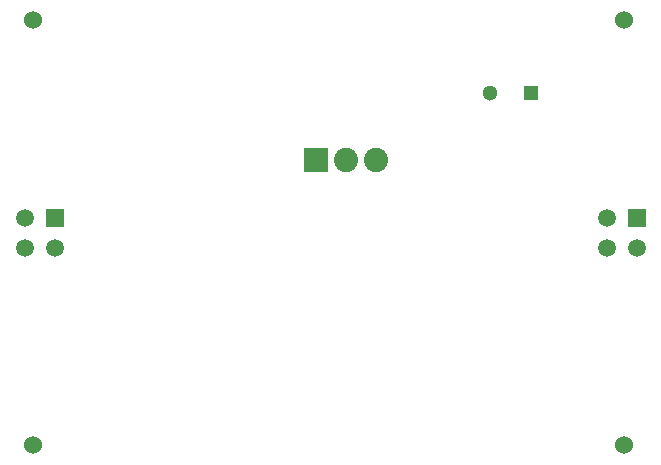
<source format=gbr>
%TF.GenerationSoftware,Altium Limited,Altium Designer,22.11.1 (43)*%
G04 Layer_Color=255*
%FSLAX45Y45*%
%MOMM*%
%TF.SameCoordinates,43E0CF4A-0526-4127-82AF-783748DA5692*%
%TF.FilePolarity,Positive*%
%TF.FileFunction,Pads,Bot*%
%TF.Part,Single*%
G01*
G75*
%TA.AperFunction,ComponentPad*%
%ADD26C,1.52000*%
%ADD27R,1.52000X1.52000*%
%ADD28R,1.30000X1.30000*%
%ADD29C,1.30000*%
%TA.AperFunction,WasherPad*%
%ADD30C,1.52400*%
%TA.AperFunction,ComponentPad*%
%ADD31C,2.05000*%
%ADD32R,2.05000X2.05000*%
D26*
X11353800Y9423400D02*
D03*
Y9169400D02*
D03*
X11607800D02*
D03*
X6680200D02*
D03*
X6426200D02*
D03*
Y9423400D02*
D03*
D27*
X11607800D02*
D03*
X6680200D02*
D03*
D28*
X10716000Y10477500D02*
D03*
D29*
X10366000D02*
D03*
D30*
X6500000Y11100000D02*
D03*
Y7500000D02*
D03*
X11500000Y11100000D02*
D03*
Y7500000D02*
D03*
D31*
X9398000Y9913700D02*
D03*
X9144000D02*
D03*
D32*
X8890000D02*
D03*
%TF.MD5,020b0abe4872a5ac0870b3332a4c7cf7*%
M02*

</source>
